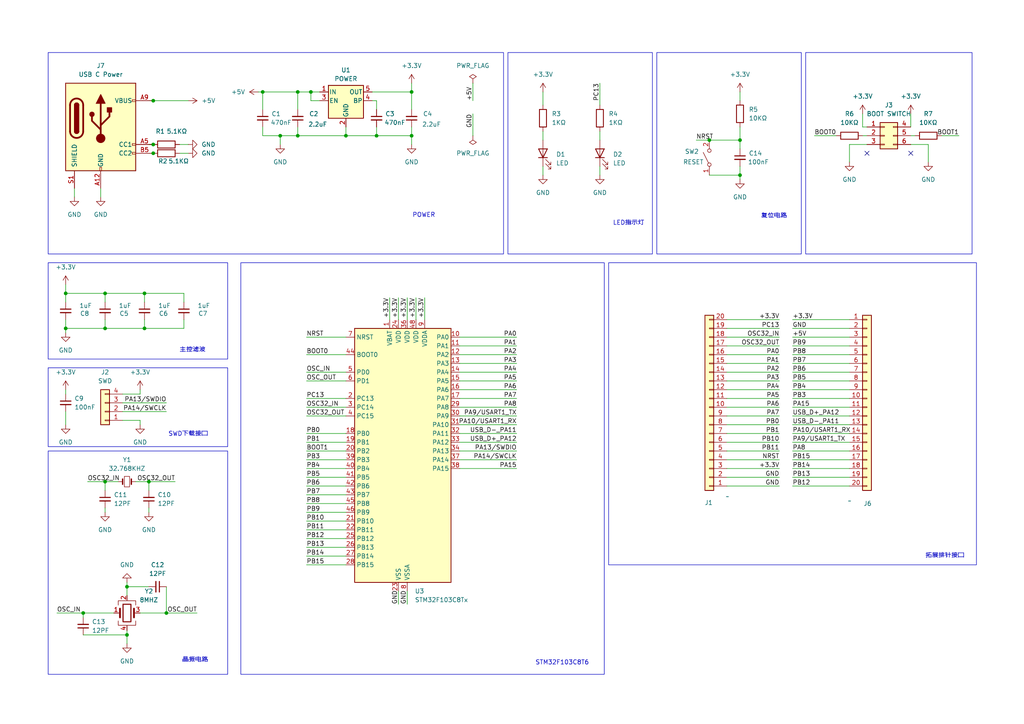
<source format=kicad_sch>
(kicad_sch (version 20231120) (generator "eeschema") (generator_version "8.0")
  (paper "A4")
  (title_block (title "small board") (date "2024-12-21") (rev "2024-12-21") (company "hongyu chen"))
  (lib_symbols
    (symbol "Connector:USB_C_Receptacle_PowerOnly_6P" (pin_names (offset 1.016))
      (property "Reference" "J" (at 0 16.51 0))
      (property "Value" "USB_C_Receptacle_PowerOnly_6P" (at 0 13.97 0))
      (symbol "USB_C_Receptacle_PowerOnly_6P_0_0"
        (rectangle (start -0.254 -12.7) (end 0.254 -11.684))
        (rectangle (start 10.16 -7.366) (end 9.144 -7.874))
        (rectangle (start 10.16 -4.826) (end 9.144 -5.334))
        (rectangle (start 10.16 7.874) (end 9.144 7.366))
      )
      (symbol "USB_C_Receptacle_PowerOnly_6P_0_1"
        (rectangle (start -10.16 12.7) (end 10.16 -12.7) (stroke (width 0.254)) (fill (type background)))
        (arc (start -8.89 -1.27) (mid -6.985 -3.1667) (end -5.08 -1.27) (stroke (width 0.508)))
        (arc (start -7.62 -1.27) (mid -6.985 -1.9023) (end -6.35 -1.27) (stroke (width 0.254)))
        (arc (start -7.62 -1.27) (mid -6.985 -1.9023) (end -6.35 -1.27) (stroke (width 0.254)) (fill (type outline)))
        (rectangle (start -7.62 -1.27) (end -6.35 6.35) (stroke (width 0.254)) (fill (type outline)))
        (arc (start -6.35 6.35) (mid -6.985 6.9823) (end -7.62 6.35) (stroke (width 0.254)))
        (arc (start -6.35 6.35) (mid -6.985 6.9823) (end -7.62 6.35) (stroke (width 0.254)) (fill (type outline)))
        (arc (start -5.08 6.35) (mid -6.985 8.2467) (end -8.89 6.35) (stroke (width 0.508)))
        (circle (center -2.54 3.683) (radius 0.635) (stroke (width 0.254)) (fill (type outline)))
        (circle (center 0 -3.302) (radius 1.27) (fill (type outline)))
        (polyline (pts (xy -8.89 -1.27) (xy -8.89 6.35)) (stroke (width 0.508)))
        (polyline (pts (xy -5.08 6.35) (xy -5.08 -1.27)) (stroke (width 0.508)))
        (polyline (pts (xy 0 -3.302) (xy 0 6.858)) (stroke (width 0.508)))
        (polyline (pts (xy 0 -0.762) (xy -2.54 1.778) (xy -2.54 3.048)) (stroke (width 0.508)))
        (polyline (pts (xy 0 0.508) (xy 2.54 3.048) (xy 2.54 4.318)) (stroke (width 0.508)))
        (polyline (pts (xy -1.27 6.858) (xy 0 9.398) (xy 1.27 6.858) (xy -1.27 6.858)) (stroke (width 0.254)) (fill (type outline)))
        (rectangle (start 1.905 4.318) (end 3.175 5.588) (stroke (width 0.254)) (fill (type outline)))
      )
      (symbol "USB_C_Receptacle_PowerOnly_6P_1_1"
        (pin passive line (at 0 -17.78 90) (length 5.08) (name "GND") (number "A12"))
        (pin bidirectional line (at 15.24 -5.08 180) (length 5.08) (name "CC1") (number "A5"))
        (pin passive line (at 15.24 7.62 180) (length 5.08) (name "VBUS") (number "A9"))
        (pin passive line (at 0 -17.78 90) (length 5.08) hide (name "GND") (number "B12"))
        (pin bidirectional line (at 15.24 -7.62 180) (length 5.08) (name "CC2") (number "B5"))
        (pin passive line (at 15.24 7.62 180) (length 5.08) hide (name "VBUS") (number "B9"))
        (pin passive line (at -7.62 -17.78 90) (length 5.08) (name "SHIELD") (number "S1"))
      )
    )
    (symbol "Connector_Generic:Conn_01x04" (pin_names (offset 1.016) hide)
      (property "Reference" "J" (at 0 5.08 0))
      (property "Value" "Conn_01x04" (at 0 -7.62 0))
      (symbol "Conn_01x04_1_1"
        (rectangle (start -1.27 -4.953) (end 0 -5.207) (stroke (width 0.1524)))
        (rectangle (start -1.27 -2.413) (end 0 -2.667) (stroke (width 0.1524)))
        (rectangle (start -1.27 0.127) (end 0 -0.127) (stroke (width 0.1524)))
        (rectangle (start -1.27 2.667) (end 0 2.413) (stroke (width 0.1524)))
        (rectangle (start -1.27 3.81) (end 1.27 -6.35) (stroke (width 0.254)) (fill (type background)))
        (pin passive line (at -5.08 2.54 0) (length 3.81) (name "Pin_1") (number "1"))
        (pin passive line (at -5.08 0 0) (length 3.81) (name "Pin_2") (number "2"))
        (pin passive line (at -5.08 -2.54 0) (length 3.81) (name "Pin_3") (number "3"))
        (pin passive line (at -5.08 -5.08 0) (length 3.81) (name "Pin_4") (number "4"))
      )
    )
    (symbol "Connector_Generic:Conn_01x20" (pin_names (offset 1.016) hide)
      (property "Reference" "J" (at 0 25.4 0))
      (property "Value" "Conn_01x20" (at 0 -27.94 0))
      (symbol "Conn_01x20_1_1"
        (rectangle (start -1.27 -25.273) (end 0 -25.527) (stroke (width 0.1524)))
        (rectangle (start -1.27 -22.733) (end 0 -22.987) (stroke (width 0.1524)))
        (rectangle (start -1.27 -20.193) (end 0 -20.447) (stroke (width 0.1524)))
        (rectangle (start -1.27 -17.653) (end 0 -17.907) (stroke (width 0.1524)))
        (rectangle (start -1.27 -15.113) (end 0 -15.367) (stroke (width 0.1524)))
        (rectangle (start -1.27 -12.573) (end 0 -12.827) (stroke (width 0.1524)))
        (rectangle (start -1.27 -10.033) (end 0 -10.287) (stroke (width 0.1524)))
        (rectangle (start -1.27 -7.493) (end 0 -7.747) (stroke (width 0.1524)))
        (rectangle (start -1.27 -4.953) (end 0 -5.207) (stroke (width 0.1524)))
        (rectangle (start -1.27 -2.413) (end 0 -2.667) (stroke (width 0.1524)))
        (rectangle (start -1.27 0.127) (end 0 -0.127) (stroke (width 0.1524)))
        (rectangle (start -1.27 2.667) (end 0 2.413) (stroke (width 0.1524)))
        (rectangle (start -1.27 5.207) (end 0 4.953) (stroke (width 0.1524)))
        (rectangle (start -1.27 7.747) (end 0 7.493) (stroke (width 0.1524)))
        (rectangle (start -1.27 10.287) (end 0 10.033) (stroke (width 0.1524)))
        (rectangle (start -1.27 12.827) (end 0 12.573) (stroke (width 0.1524)))
        (rectangle (start -1.27 15.367) (end 0 15.113) (stroke (width 0.1524)))
        (rectangle (start -1.27 17.907) (end 0 17.653) (stroke (width 0.1524)))
        (rectangle (start -1.27 20.447) (end 0 20.193) (stroke (width 0.1524)))
        (rectangle (start -1.27 22.987) (end 0 22.733) (stroke (width 0.1524)))
        (rectangle (start -1.27 24.13) (end 1.27 -26.67) (stroke (width 0.254)) (fill (type background)))
        (pin passive line (at -5.08 22.86 0) (length 3.81) (name "Pin_1") (number "1"))
        (pin passive line (at -5.08 0 0) (length 3.81) (name "Pin_10") (number "10"))
        (pin passive line (at -5.08 -2.54 0) (length 3.81) (name "Pin_11") (number "11"))
        (pin passive line (at -5.08 -5.08 0) (length 3.81) (name "Pin_12") (number "12"))
        (pin passive line (at -5.08 -7.62 0) (length 3.81) (name "Pin_13") (number "13"))
        (pin passive line (at -5.08 -10.16 0) (length 3.81) (name "Pin_14") (number "14"))
        (pin passive line (at -5.08 -12.7 0) (length 3.81) (name "Pin_15") (number "15"))
        (pin passive line (at -5.08 -15.24 0) (length 3.81) (name "Pin_16") (number "16"))
        (pin passive line (at -5.08 -17.78 0) (length 3.81) (name "Pin_17") (number "17"))
        (pin passive line (at -5.08 -20.32 0) (length 3.81) (name "Pin_18") (number "18"))
        (pin passive line (at -5.08 -22.86 0) (length 3.81) (name "Pin_19") (number "19"))
        (pin passive line (at -5.08 20.32 0) (length 3.81) (name "Pin_2") (number "2"))
        (pin passive line (at -5.08 -25.4 0) (length 3.81) (name "Pin_20") (number "20"))
        (pin passive line (at -5.08 17.78 0) (length 3.81) (name "Pin_3") (number "3"))
        (pin passive line (at -5.08 15.24 0) (length 3.81) (name "Pin_4") (number "4"))
        (pin passive line (at -5.08 12.7 0) (length 3.81) (name "Pin_5") (number "5"))
        (pin passive line (at -5.08 10.16 0) (length 3.81) (name "Pin_6") (number "6"))
        (pin passive line (at -5.08 7.62 0) (length 3.81) (name "Pin_7") (number "7"))
        (pin passive line (at -5.08 5.08 0) (length 3.81) (name "Pin_8") (number "8"))
        (pin passive line (at -5.08 2.54 0) (length 3.81) (name "Pin_9") (number "9"))
      )
    )
    (symbol "Connector_Generic:Conn_02x03_Top_Bottom" (pin_names (offset 1.016) hide)
      (property "Reference" "J" (at 1.27 5.08 0))
      (property "Value" "Conn_02x03_Top_Bottom" (at 1.27 -5.08 0))
      (symbol "Conn_02x03_Top_Bottom_1_1"
        (rectangle (start -1.27 -2.413) (end 0 -2.667) (stroke (width 0.1524)))
        (rectangle (start -1.27 0.127) (end 0 -0.127) (stroke (width 0.1524)))
        (rectangle (start -1.27 2.667) (end 0 2.413) (stroke (width 0.1524)))
        (rectangle (start -1.27 3.81) (end 3.81 -3.81) (stroke (width 0.254)) (fill (type background)))
        (rectangle (start 3.81 -2.413) (end 2.54 -2.667) (stroke (width 0.1524)))
        (rectangle (start 3.81 0.127) (end 2.54 -0.127) (stroke (width 0.1524)))
        (rectangle (start 3.81 2.667) (end 2.54 2.413) (stroke (width 0.1524)))
        (pin passive line (at -5.08 2.54 0) (length 3.81) (name "Pin_1") (number "1"))
        (pin passive line (at -5.08 0 0) (length 3.81) (name "Pin_2") (number "2"))
        (pin passive line (at -5.08 -2.54 0) (length 3.81) (name "Pin_3") (number "3"))
        (pin passive line (at 7.62 2.54 180) (length 3.81) (name "Pin_4") (number "4"))
        (pin passive line (at 7.62 0 180) (length 3.81) (name "Pin_5") (number "5"))
        (pin passive line (at 7.62 -2.54 180) (length 3.81) (name "Pin_6") (number "6"))
      )
    )
    (symbol "Device:C_Small" (pin_numbers hide) (pin_names (offset 0.254) hide)
      (property "Reference" "C" (at 0.254 1.778 0))
      (property "Value" "C_Small" (at 0.254 -2.032 0))
      (symbol "C_Small_0_1"
        (polyline (pts (xy -1.524 -0.508) (xy 1.524 -0.508)) (stroke (width 0.3302)))
        (polyline (pts (xy -1.524 0.508) (xy 1.524 0.508)) (stroke (width 0.3048)))
      )
      (symbol "C_Small_1_1"
        (pin passive line (at 0 2.54 270) (length 2.032) (name "~") (number "1"))
        (pin passive line (at 0 -2.54 90) (length 2.032) (name "~") (number "2"))
      )
    )
    (symbol "Device:Crystal_GND24" (pin_names (offset 1.016) hide)
      (property "Reference" "Y" (at 3.175 5.08 0))
      (property "Value" "Crystal_GND24" (at 3.175 3.175 0))
      (symbol "Crystal_GND24_0_1"
        (rectangle (start -1.143 2.54) (end 1.143 -2.54) (stroke (width 0.3048)))
        (polyline (pts (xy -2.54 0) (xy -2.032 0)))
        (polyline (pts (xy -2.032 -1.27) (xy -2.032 1.27)) (stroke (width 0.508)))
        (polyline (pts (xy 0 -3.81) (xy 0 -3.556)))
        (polyline (pts (xy 0 3.556) (xy 0 3.81)))
        (polyline (pts (xy 2.032 -1.27) (xy 2.032 1.27)) (stroke (width 0.508)))
        (polyline (pts (xy 2.032 0) (xy 2.54 0)))
        (polyline (pts (xy -2.54 -2.286) (xy -2.54 -3.556) (xy 2.54 -3.556) (xy 2.54 -2.286)))
        (polyline (pts (xy -2.54 2.286) (xy -2.54 3.556) (xy 2.54 3.556) (xy 2.54 2.286)))
      )
      (symbol "Crystal_GND24_1_1"
        (pin passive line (at -3.81 0 0) (length 1.27) (name "1") (number "1"))
        (pin passive line (at 0 5.08 270) (length 1.27) (name "2") (number "2"))
        (pin passive line (at 3.81 0 180) (length 1.27) (name "3") (number "3"))
        (pin passive line (at 0 -5.08 90) (length 1.27) (name "4") (number "4"))
      )
    )
    (symbol "Device:Crystal_Small" (pin_numbers hide) (pin_names (offset 1.016) hide)
      (property "Reference" "Y" (at 0 2.54 0))
      (property "Value" "Crystal_Small" (at 0 -2.54 0))
      (symbol "Crystal_Small_0_1"
        (rectangle (start -0.762 -1.524) (end 0.762 1.524))
        (polyline (pts (xy -1.27 -0.762) (xy -1.27 0.762)) (stroke (width 0.381)))
        (polyline (pts (xy 1.27 -0.762) (xy 1.27 0.762)) (stroke (width 0.381)))
      )
      (symbol "Crystal_Small_1_1"
        (pin passive line (at -2.54 0 0) (length 1.27) (name "1") (number "1"))
        (pin passive line (at 2.54 0 180) (length 1.27) (name "2") (number "2"))
      )
    )
    (symbol "Device:LED" (pin_numbers hide) (pin_names (offset 1.016) hide)
      (property "Reference" "D" (at 0 2.54 0))
      (property "Value" "LED" (at 0 -2.54 0))
      (symbol "LED_0_1"
        (polyline (pts (xy -1.27 -1.27) (xy -1.27 1.27)) (stroke (width 0.254)))
        (polyline (pts (xy -1.27 0) (xy 1.27 0)))
        (polyline (pts (xy 1.27 -1.27) (xy 1.27 1.27) (xy -1.27 0) (xy 1.27 -1.27)) (stroke (width 0.254)))
        (polyline (pts (xy -3.048 -0.762) (xy -4.572 -2.286) (xy -3.81 -2.286) (xy -4.572 -2.286) (xy -4.572 -1.524)))
        (polyline (pts (xy -1.778 -0.762) (xy -3.302 -2.286) (xy -2.54 -2.286) (xy -3.302 -2.286) (xy -3.302 -1.524)))
      )
      (symbol "LED_1_1"
        (pin passive line (at -3.81 0 0) (length 2.54) (name "K") (number "1"))
        (pin passive line (at 3.81 0 180) (length 2.54) (name "A") (number "2"))
      )
    )
    (symbol "Device:R" (pin_numbers hide) (pin_names (offset 0))
      (property "Reference" "R" (at 2.032 0 90))
      (property "Value" "R" (at 0 0 90))
      (symbol "R_0_1"
        (rectangle (start -1.016 -2.54) (end 1.016 2.54) (stroke (width 0.254)))
      )
      (symbol "R_1_1"
        (pin passive line (at 0 3.81 270) (length 1.27) (name "~") (number "1"))
        (pin passive line (at 0 -3.81 90) (length 1.27) (name "~") (number "2"))
      )
    )
    (symbol "MCU_ST_STM32F1:STM32F103C8Tx"
      (property "Reference" "U" (at -12.7 39.37 0))
      (property "Value" "STM32F103C8Tx" (at 10.16 39.37 0))
      (symbol "STM32F103C8Tx_0_1"
        (rectangle (start -12.7 -35.56) (end 15.24 38.1) (stroke (width 0.254)) (fill (type background)))
      )
      (symbol "STM32F103C8Tx_1_1"
        (pin power_in line (at -2.54 40.64 270) (length 2.54) (name "VBAT") (number "1"))
        (pin bidirectional line (at 17.78 35.56 180) (length 2.54) (name "PA0") (number "10"))
        (pin bidirectional line (at 17.78 33.02 180) (length 2.54) (name "PA1") (number "11"))
        (pin bidirectional line (at 17.78 30.48 180) (length 2.54) (name "PA2") (number "12"))
        (pin bidirectional line (at 17.78 27.94 180) (length 2.54) (name "PA3") (number "13"))
        (pin bidirectional line (at 17.78 25.4 180) (length 2.54) (name "PA4") (number "14"))
        (pin bidirectional line (at 17.78 22.86 180) (length 2.54) (name "PA5") (number "15"))
        (pin bidirectional line (at 17.78 20.32 180) (length 2.54) (name "PA6") (number "16"))
        (pin bidirectional line (at 17.78 17.78 180) (length 2.54) (name "PA7") (number "17"))
        (pin bidirectional line (at -15.24 7.62 0) (length 2.54) (name "PB0") (number "18"))
        (pin bidirectional line (at -15.24 5.08 0) (length 2.54) (name "PB1") (number "19"))
        (pin bidirectional line (at -15.24 17.78 0) (length 2.54) (name "PC13") (number "2"))
        (pin bidirectional line (at -15.24 2.54 0) (length 2.54) (name "PB2") (number "20"))
        (pin bidirectional line (at -15.24 -17.78 0) (length 2.54) (name "PB10") (number "21"))
        (pin bidirectional line (at -15.24 -20.32 0) (length 2.54) (name "PB11") (number "22"))
        (pin power_in line (at 0 -38.1 90) (length 2.54) (name "VSS") (number "23"))
        (pin power_in line (at 0 40.64 270) (length 2.54) (name "VDD") (number "24"))
        (pin bidirectional line (at -15.24 -22.86 0) (length 2.54) (name "PB12") (number "25"))
        (pin bidirectional line (at -15.24 -25.4 0) (length 2.54) (name "PB13") (number "26"))
        (pin bidirectional line (at -15.24 -27.94 0) (length 2.54) (name "PB14") (number "27"))
        (pin bidirectional line (at -15.24 -30.48 0) (length 2.54) (name "PB15") (number "28"))
        (pin bidirectional line (at 17.78 15.24 180) (length 2.54) (name "PA8") (number "29"))
        (pin bidirectional line (at -15.24 15.24 0) (length 2.54) (name "PC14") (number "3"))
        (pin bidirectional line (at 17.78 12.7 180) (length 2.54) (name "PA9") (number "30"))
        (pin bidirectional line (at 17.78 10.16 180) (length 2.54) (name "PA10") (number "31"))
        (pin bidirectional line (at 17.78 7.62 180) (length 2.54) (name "PA11") (number "32"))
        (pin bidirectional line (at 17.78 5.08 180) (length 2.54) (name "PA12") (number "33"))
        (pin bidirectional line (at 17.78 2.54 180) (length 2.54) (name "PA13") (number "34"))
        (pin passive line (at 0 -38.1 90) (length 2.54) hide (name "VSS") (number "35"))
        (pin power_in line (at 2.54 40.64 270) (length 2.54) (name "VDD") (number "36"))
        (pin bidirectional line (at 17.78 0 180) (length 2.54) (name "PA14") (number "37"))
        (pin bidirectional line (at 17.78 -2.54 180) (length 2.54) (name "PA15") (number "38"))
        (pin bidirectional line (at -15.24 0 0) (length 2.54) (name "PB3") (number "39"))
        (pin bidirectional line (at -15.24 12.7 0) (length 2.54) (name "PC15") (number "4"))
        (pin bidirectional line (at -15.24 -2.54 0) (length 2.54) (name "PB4") (number "40"))
        (pin bidirectional line (at -15.24 -5.08 0) (length 2.54) (name "PB5") (number "41"))
        (pin bidirectional line (at -15.24 -7.62 0) (length 2.54) (name "PB6") (number "42"))
        (pin bidirectional line (at -15.24 -10.16 0) (length 2.54) (name "PB7") (number "43"))
        (pin input line (at -15.24 30.48 0) (length 2.54) (name "BOOT0") (number "44"))
        (pin bidirectional line (at -15.24 -12.7 0) (length 2.54) (name "PB8") (number "45"))
        (pin bidirectional line (at -15.24 -15.24 0) (length 2.54) (name "PB9") (number "46"))
        (pin passive line (at 0 -38.1 90) (length 2.54) hide (name "VSS") (number "47"))
        (pin power_in line (at 5.08 40.64 270) (length 2.54) (name "VDD") (number "48"))
        (pin bidirectional line (at -15.24 25.4 0) (length 2.54) (name "PD0") (number "5"))
        (pin bidirectional line (at -15.24 22.86 0) (length 2.54) (name "PD1") (number "6"))
        (pin input line (at -15.24 35.56 0) (length 2.54) (name "NRST") (number "7"))
        (pin power_in line (at 2.54 -38.1 90) (length 2.54) (name "VSSA") (number "8"))
        (pin power_in line (at 7.62 40.64 270) (length 2.54) (name "VDDA") (number "9"))
      )
    )
    (symbol "Regulator_Linear:MIC5219-3.3YM5" (pin_names (offset 0.254))
      (property "Reference" "U" (at -3.81 5.715 0))
      (property "Value" "MIC5219-3.3YM5" (at 0 5.715 0))
      (symbol "MIC5219-3.3YM5_0_1"
        (rectangle (start -5.08 4.445) (end 5.08 -5.08) (stroke (width 0.254)) (fill (type background)))
      )
      (symbol "MIC5219-3.3YM5_1_1"
        (pin power_in line (at -7.62 2.54 0) (length 2.54) (name "IN") (number "1"))
        (pin power_in line (at 0 -7.62 90) (length 2.54) (name "GND") (number "2"))
        (pin input line (at -7.62 0 0) (length 2.54) (name "EN") (number "3"))
        (pin input line (at 7.62 0 180) (length 2.54) (name "BP") (number "4"))
        (pin power_out line (at 7.62 2.54 180) (length 2.54) (name "OUT") (number "5"))
      )
    )
    (symbol "Switch:SW_SPST" (pin_names (offset 0) hide)
      (property "Reference" "SW" (at 0 3.175 0))
      (property "Value" "SW_SPST" (at 0 -2.54 0))
      (symbol "SW_SPST_0_0"
        (circle (center -2.032 0) (radius 0.508))
        (polyline (pts (xy -1.524 0.254) (xy 1.524 1.778)))
        (circle (center 2.032 0) (radius 0.508))
      )
      (symbol "SW_SPST_1_1"
        (pin passive line (at -5.08 0 0) (length 2.54) (name "A") (number "1"))
        (pin passive line (at 5.08 0 180) (length 2.54) (name "B") (number "2"))
      )
    )
    (symbol "power:+3.3V" (power) (pin_names (offset 0))
      (property "Value" "+3.3V" (at 0 3.556 0))
      (symbol "+3.3V_0_1"
        (polyline (pts (xy -0.762 1.27) (xy 0 2.54)))
        (polyline (pts (xy 0 0) (xy 0 2.54)))
        (polyline (pts (xy 0 2.54) (xy 0.762 1.27)))
      )
      (symbol "+3.3V_1_1"
        (pin power_in line (at 0 0 90) (length 0) hide (name "+3.3V") (number "1"))
      )
    )
    (symbol "power:+5V" (power) (pin_names (offset 0))
      (property "Value" "+5V" (at 0 3.556 0))
      (symbol "+5V_0_1"
        (polyline (pts (xy -0.762 1.27) (xy 0 2.54)))
        (polyline (pts (xy 0 0) (xy 0 2.54)))
        (polyline (pts (xy 0 2.54) (xy 0.762 1.27)))
      )
      (symbol "+5V_1_1"
        (pin power_in line (at 0 0 90) (length 0) hide (name "+5V") (number "1"))
      )
    )
    (symbol "power:GND" (power) (pin_names (offset 0))
      (property "Value" "GND" (at 0 -3.81 0))
      (symbol "GND_0_1"
        (polyline (pts (xy 0 0) (xy 0 -1.27) (xy 1.27 -1.27) (xy 0 -2.54) (xy -1.27 -1.27) (xy 0 -1.27)))
      )
      (symbol "GND_1_1"
        (pin power_in line (at 0 0 270) (length 0) hide (name "GND") (number "1"))
      )
    )
    (symbol "power:PWR_FLAG" (power) (pin_numbers hide) (pin_names (offset 0) hide)
      (property "Value" "PWR_FLAG" (at 0 3.81 0))
      (symbol "PWR_FLAG_0_0"
        (pin power_out line (at 0 0 90) (length 0) (name "pwr") (number "1"))
      )
      (symbol "PWR_FLAG_0_1"
        (polyline (pts (xy 0 0) (xy 0 1.27) (xy -1.016 1.905) (xy 0 2.54) (xy 1.016 1.905) (xy 0 1.27)))
      )
    )
  )
  (junction (at 19.05 95.25))
  (junction (at 100.33 39.37))
  (junction (at 44.45 44.45))
  (junction (at 43.18 139.7))
  (junction (at 36.83 184.15))
  (junction (at 86.36 39.37))
  (junction (at 119.38 39.37))
  (junction (at 41.91 85.09))
  (junction (at 214.63 40.64))
  (junction (at 205.74 40.64))
  (junction (at 30.48 95.25))
  (junction (at 214.63 50.8))
  (junction (at 119.38 26.67))
  (junction (at 41.91 95.25))
  (junction (at 90.17 26.67))
  (junction (at 86.36 26.67))
  (junction (at 109.22 39.37))
  (junction (at 30.48 139.7))
  (junction (at 19.05 85.09))
  (junction (at 36.83 170.18))
  (junction (at 24.13 177.8))
  (junction (at 30.48 85.09))
  (junction (at 76.2 26.67))
  (junction (at 44.45 29.21))
  (junction (at 44.45 41.91))
  (junction (at 48.26 177.8))
  (junction (at 81.28 39.37))
  (no_connect (at 251.46 44.45))
  (no_connect (at 264.16 44.45))
  (wire (pts (xy 236.22 39.37) (xy 242.57 39.37)))
  (wire (pts (xy 210.82 115.57) (xy 226.06 115.57)))
  (wire (pts (xy 118.11 171.45) (xy 118.11 175.26)))
  (wire (pts (xy 24.13 184.15) (xy 36.83 184.15)))
  (wire (pts (xy 88.9 143.51) (xy 100.33 143.51)))
  (wire (pts (xy 41.91 87.63) (xy 41.91 85.09)))
  (wire (pts (xy 107.95 29.21) (xy 109.22 29.21)))
  (wire (pts (xy 133.35 100.33) (xy 149.86 100.33)))
  (wire (pts (xy 88.9 158.75) (xy 100.33 158.75)))
  (wire (pts (xy 40.64 113.03) (xy 40.64 114.3)))
  (wire (pts (xy 100.33 36.83) (xy 100.33 39.37)))
  (wire (pts (xy 88.9 161.29) (xy 100.33 161.29)))
  (wire (pts (xy 133.35 135.89) (xy 149.86 135.89)))
  (wire (pts (xy 210.82 120.65) (xy 226.06 120.65)))
  (wire (pts (xy 19.05 119.38) (xy 19.05 123.19)))
  (wire (pts (xy 115.57 86.36) (xy 115.57 92.71)))
  (wire (pts (xy 229.87 123.19) (xy 246.38 123.19)))
  (wire (pts (xy 88.9 133.35) (xy 100.33 133.35)))
  (wire (pts (xy 210.82 125.73) (xy 226.06 125.73)))
  (wire (pts (xy 107.95 26.67) (xy 119.38 26.67)))
  (wire (pts (xy 250.19 33.02) (xy 250.19 36.83)))
  (wire (pts (xy 36.83 184.15) (xy 36.83 186.69)))
  (wire (pts (xy 229.87 133.35) (xy 246.38 133.35)))
  (wire (pts (xy 90.17 26.67) (xy 92.71 26.67)))
  (wire (pts (xy 74.93 26.67) (xy 76.2 26.67)))
  (wire (pts (xy 229.87 113.03) (xy 246.38 113.03)))
  (wire (pts (xy 36.83 182.88) (xy 36.83 184.15)))
  (wire (pts (xy 133.35 128.27) (xy 149.86 128.27)))
  (wire (pts (xy 88.9 130.81) (xy 100.33 130.81)))
  (wire (pts (xy 35.56 121.92) (xy 40.64 121.92)))
  (wire (pts (xy 210.82 100.33) (xy 226.06 100.33)))
  (wire (pts (xy 205.74 50.8) (xy 214.63 50.8)))
  (wire (pts (xy 53.34 92.71) (xy 53.34 95.25)))
  (wire (pts (xy 19.05 85.09) (xy 30.48 85.09)))
  (wire (pts (xy 119.38 24.13) (xy 119.38 26.67)))
  (wire (pts (xy 86.36 26.67) (xy 86.36 31.75)))
  (wire (pts (xy 88.9 146.05) (xy 100.33 146.05)))
  (wire (pts (xy 16.51 177.8) (xy 24.13 177.8)))
  (wire (pts (xy 210.82 110.49) (xy 226.06 110.49)))
  (wire (pts (xy 229.87 128.27) (xy 246.38 128.27)))
  (wire (pts (xy 133.35 110.49) (xy 149.86 110.49)))
  (wire (pts (xy 210.82 123.19) (xy 226.06 123.19)))
  (wire (pts (xy 88.9 163.83) (xy 100.33 163.83)))
  (wire (pts (xy 30.48 87.63) (xy 30.48 85.09)))
  (wire (pts (xy 44.45 29.21) (xy 54.61 29.21)))
  (wire (pts (xy 118.11 86.36) (xy 118.11 92.71)))
  (wire (pts (xy 201.93 40.64) (xy 205.74 40.64)))
  (wire (pts (xy 88.9 107.95) (xy 100.33 107.95)))
  (wire (pts (xy 88.9 97.79) (xy 100.33 97.79)))
  (wire (pts (xy 39.37 139.7) (xy 43.18 139.7)))
  (wire (pts (xy 123.19 86.36) (xy 123.19 92.71)))
  (wire (pts (xy 109.22 39.37) (xy 119.38 39.37)))
  (wire (pts (xy 133.35 130.81) (xy 149.86 130.81)))
  (wire (pts (xy 229.87 107.95) (xy 246.38 107.95)))
  (wire (pts (xy 43.18 139.7) (xy 43.18 142.24)))
  (wire (pts (xy 173.99 48.26) (xy 173.99 50.8)))
  (wire (pts (xy 30.48 85.09) (xy 41.91 85.09)))
  (wire (pts (xy 24.13 179.07) (xy 24.13 177.8)))
  (wire (pts (xy 210.82 113.03) (xy 226.06 113.03)))
  (wire (pts (xy 210.82 102.87) (xy 226.06 102.87)))
  (wire (pts (xy 133.35 97.79) (xy 149.86 97.79)))
  (wire (pts (xy 36.83 170.18) (xy 43.18 170.18)))
  (wire (pts (xy 109.22 36.83) (xy 109.22 39.37)))
  (wire (pts (xy 19.05 92.71) (xy 19.05 95.25)))
  (wire (pts (xy 120.65 86.36) (xy 120.65 92.71)))
  (wire (pts (xy 19.05 85.09) (xy 19.05 87.63)))
  (wire (pts (xy 229.87 125.73) (xy 246.38 125.73)))
  (wire (pts (xy 88.9 115.57) (xy 100.33 115.57)))
  (wire (pts (xy 137.16 24.13) (xy 137.16 29.21)))
  (wire (pts (xy 210.82 138.43) (xy 226.06 138.43)))
  (wire (pts (xy 25.4 139.7) (xy 30.48 139.7)))
  (wire (pts (xy 88.9 135.89) (xy 100.33 135.89)))
  (wire (pts (xy 53.34 87.63) (xy 53.34 85.09)))
  (wire (pts (xy 205.74 40.64) (xy 214.63 40.64)))
  (wire (pts (xy 214.63 48.26) (xy 214.63 50.8)))
  (wire (pts (xy 229.87 140.97) (xy 246.38 140.97)))
  (wire (pts (xy 43.18 139.7) (xy 50.8 139.7)))
  (wire (pts (xy 133.35 133.35) (xy 149.86 133.35)))
  (wire (pts (xy 88.9 128.27) (xy 100.33 128.27)))
  (wire (pts (xy 173.99 38.1) (xy 173.99 40.64)))
  (wire (pts (xy 100.33 39.37) (xy 109.22 39.37)))
  (wire (pts (xy 30.48 139.7) (xy 30.48 142.24)))
  (wire (pts (xy 36.83 168.91) (xy 36.83 170.18)))
  (wire (pts (xy 88.9 148.59) (xy 100.33 148.59)))
  (wire (pts (xy 173.99 24.13) (xy 173.99 30.48)))
  (wire (pts (xy 88.9 102.87) (xy 100.33 102.87)))
  (wire (pts (xy 133.35 118.11) (xy 149.86 118.11)))
  (wire (pts (xy 81.28 39.37) (xy 86.36 39.37)))
  (wire (pts (xy 133.35 123.19) (xy 149.86 123.19)))
  (wire (pts (xy 273.05 39.37) (xy 278.13 39.37)))
  (wire (pts (xy 43.18 44.45) (xy 44.45 44.45)))
  (wire (pts (xy 88.9 125.73) (xy 100.33 125.73)))
  (wire (pts (xy 119.38 26.67) (xy 119.38 31.75)))
  (wire (pts (xy 48.26 177.8) (xy 57.15 177.8)))
  (wire (pts (xy 88.9 118.11) (xy 100.33 118.11)))
  (wire (pts (xy 210.82 135.89) (xy 226.06 135.89)))
  (wire (pts (xy 43.18 147.32) (xy 43.18 148.59)))
  (wire (pts (xy 119.38 36.83) (xy 119.38 39.37)))
  (wire (pts (xy 88.9 140.97) (xy 100.33 140.97)))
  (wire (pts (xy 88.9 138.43) (xy 100.33 138.43)))
  (wire (pts (xy 229.87 92.71) (xy 246.38 92.71)))
  (wire (pts (xy 210.82 97.79) (xy 226.06 97.79)))
  (wire (pts (xy 229.87 135.89) (xy 246.38 135.89)))
  (wire (pts (xy 40.64 121.92) (xy 40.64 123.19)))
  (wire (pts (xy 30.48 95.25) (xy 41.91 95.25)))
  (wire (pts (xy 133.35 125.73) (xy 149.86 125.73)))
  (wire (pts (xy 214.63 26.67) (xy 214.63 29.21)))
  (wire (pts (xy 229.87 118.11) (xy 246.38 118.11)))
  (wire (pts (xy 229.87 95.25) (xy 246.38 95.25)))
  (wire (pts (xy 214.63 50.8) (xy 214.63 52.07)))
  (wire (pts (xy 19.05 95.25) (xy 19.05 96.52)))
  (wire (pts (xy 53.34 85.09) (xy 41.91 85.09)))
  (wire (pts (xy 34.29 139.7) (xy 30.48 139.7)))
  (wire (pts (xy 29.21 54.61) (xy 29.21 57.15)))
  (wire (pts (xy 88.9 156.21) (xy 100.33 156.21)))
  (wire (pts (xy 210.82 140.97) (xy 226.06 140.97)))
  (wire (pts (xy 210.82 133.35) (xy 226.06 133.35)))
  (wire (pts (xy 264.16 33.02) (xy 264.16 36.83)))
  (wire (pts (xy 88.9 153.67) (xy 100.33 153.67)))
  (wire (pts (xy 210.82 107.95) (xy 226.06 107.95)))
  (wire (pts (xy 90.17 29.21) (xy 90.17 26.67)))
  (wire (pts (xy 76.2 39.37) (xy 76.2 36.83)))
  (wire (pts (xy 30.48 92.71) (xy 30.48 95.25)))
  (wire (pts (xy 229.87 105.41) (xy 246.38 105.41)))
  (wire (pts (xy 35.56 114.3) (xy 40.64 114.3)))
  (wire (pts (xy 226.06 92.71) (xy 210.82 92.71)))
  (wire (pts (xy 76.2 26.67) (xy 86.36 26.67)))
  (wire (pts (xy 157.48 26.67) (xy 157.48 30.48)))
  (wire (pts (xy 52.07 41.91) (xy 54.61 41.91)))
  (wire (pts (xy 113.03 86.36) (xy 113.03 92.71)))
  (wire (pts (xy 86.36 26.67) (xy 90.17 26.67)))
  (wire (pts (xy 43.18 29.21) (xy 44.45 29.21)))
  (wire (pts (xy 133.35 105.41) (xy 149.86 105.41)))
  (wire (pts (xy 76.2 26.67) (xy 76.2 31.75)))
  (wire (pts (xy 86.36 39.37) (xy 86.36 36.83)))
  (wire (pts (xy 229.87 100.33) (xy 246.38 100.33)))
  (wire (pts (xy 214.63 40.64) (xy 214.63 43.18)))
  (wire (pts (xy 24.13 177.8) (xy 33.02 177.8)))
  (wire (pts (xy 109.22 29.21) (xy 109.22 31.75)))
  (wire (pts (xy 210.82 128.27) (xy 226.06 128.27)))
  (wire (pts (xy 52.07 44.45) (xy 54.61 44.45)))
  (wire (pts (xy 210.82 130.81) (xy 226.06 130.81)))
  (wire (pts (xy 264.16 39.37) (xy 265.43 39.37)))
  (wire (pts (xy 43.18 41.91) (xy 44.45 41.91)))
  (wire (pts (xy 229.87 115.57) (xy 246.38 115.57)))
  (wire (pts (xy 210.82 118.11) (xy 226.06 118.11)))
  (wire (pts (xy 246.38 41.91) (xy 246.38 46.99)))
  (wire (pts (xy 35.56 116.84) (xy 48.26 116.84)))
  (wire (pts (xy 133.35 115.57) (xy 149.86 115.57)))
  (wire (pts (xy 264.16 41.91) (xy 269.24 41.91)))
  (wire (pts (xy 88.9 120.65) (xy 100.33 120.65)))
  (wire (pts (xy 76.2 39.37) (xy 81.28 39.37)))
  (wire (pts (xy 19.05 95.25) (xy 30.48 95.25)))
  (wire (pts (xy 229.87 110.49) (xy 246.38 110.49)))
  (wire (pts (xy 86.36 39.37) (xy 100.33 39.37)))
  (wire (pts (xy 133.35 107.95) (xy 149.86 107.95)))
  (wire (pts (xy 19.05 113.03) (xy 19.05 114.3)))
  (wire (pts (xy 40.64 177.8) (xy 48.26 177.8)))
  (wire (pts (xy 229.87 138.43) (xy 246.38 138.43)))
  (wire (pts (xy 229.87 120.65) (xy 246.38 120.65)))
  (wire (pts (xy 81.28 39.37) (xy 81.28 41.91)))
  (wire (pts (xy 229.87 102.87) (xy 246.38 102.87)))
  (wire (pts (xy 92.71 29.21) (xy 90.17 29.21)))
  (wire (pts (xy 133.35 113.03) (xy 149.86 113.03)))
  (wire (pts (xy 137.16 39.37) (xy 137.16 33.02)))
  (wire (pts (xy 269.24 41.91) (xy 269.24 46.99)))
  (wire (pts (xy 88.9 110.49) (xy 100.33 110.49)))
  (wire (pts (xy 48.26 170.18) (xy 48.26 177.8)))
  (wire (pts (xy 21.59 54.61) (xy 21.59 57.15)))
  (wire (pts (xy 157.48 48.26) (xy 157.48 50.8)))
  (wire (pts (xy 229.87 130.81) (xy 246.38 130.81)))
  (wire (pts (xy 210.82 95.25) (xy 226.06 95.25)))
  (wire (pts (xy 133.35 102.87) (xy 149.86 102.87)))
  (wire (pts (xy 250.19 39.37) (xy 251.46 39.37)))
  (wire (pts (xy 133.35 120.65) (xy 149.86 120.65)))
  (wire (pts (xy 36.83 170.18) (xy 36.83 172.72)))
  (wire (pts (xy 250.19 36.83) (xy 251.46 36.83)))
  (wire (pts (xy 229.87 97.79) (xy 246.38 97.79)))
  (wire (pts (xy 157.48 38.1) (xy 157.48 40.64)))
  (wire (pts (xy 119.38 39.37) (xy 119.38 41.91)))
  (wire (pts (xy 210.82 105.41) (xy 226.06 105.41)))
  (wire (pts (xy 53.34 95.25) (xy 41.91 95.25)))
  (wire (pts (xy 88.9 151.13) (xy 100.33 151.13)))
  (wire (pts (xy 35.56 119.38) (xy 48.26 119.38)))
  (wire (pts (xy 30.48 147.32) (xy 30.48 148.59)))
  (wire (pts (xy 115.57 171.45) (xy 115.57 175.26)))
  (wire (pts (xy 19.05 82.55) (xy 19.05 85.09)))
  (wire (pts (xy 214.63 36.83) (xy 214.63 40.64)))
  (wire (pts (xy 41.91 92.71) (xy 41.91 95.25)))
  (wire (pts (xy 251.46 41.91) (xy 246.38 41.91)))
  (rectangle (start 147.32 15.24) (end 189.23 73.66))
  (rectangle (start 13.97 130.81) (end 66.04 195.58))
  (rectangle (start 69.85 76.2) (end 175.26 195.58))
  (rectangle (start 13.97 15.24) (end 146.05 73.66))
  (rectangle (start 13.97 76.2) (end 66.04 104.14))
  (rectangle (start 176.53 76.2) (end 283.21 163.83))
  (rectangle (start 190.5 15.24) (end 232.41 73.66))
  (rectangle (start 233.68 15.24) (end 281.94 73.66))
  (rectangle (start 13.97 106.68) (end 66.04 129.54))
  (text "复位电路\n" (at 224.536 62.738 0) (effects (font (size 1.27 1.27))))
  (text "SWD下载接口" (at 54.61 125.984 0) (effects (font (size 1.27 1.27))))
  (text "晶振电路" (at 56.642 191.516 0) (effects (font (size 1.27 1.27))))
  (text "主控滤波" (at 55.88 101.6 0) (effects (font (size 1.27 1.27))))
  (text "STM32F103C8T6\n" (at 163.068 192.278 0) (effects (font (size 1.27 1.27))))
  (text "POWER\n" (at 122.936 62.484 0) (effects (font (size 1.27 1.27))))
  (text "拓展排针接口" (at 274.066 161.29 0) (effects (font (size 1.27 1.27))))
  (text "LED指示灯" (at 182.372 64.77 0) (effects (font (size 1.27 1.27))))
  (label "PA0" (at 149.86 97.79 180))
  (label "PA3" (at 149.86 105.41 180))
  (label "PC13" (at 173.99 24.13 270))
  (label "BOOT1" (at 88.9 130.81 0))
  (label "PA9{slash}USART1_TX" (at 149.86 120.65 180))
  (label "PA14{slash}SWCLK" (at 149.86 133.35 180))
  (label "GND" (at 226.06 138.43 180))
  (label "OSC32_IN" (at 226.06 97.79 180))
  (label "BOOT0" (at 236.22 39.37 0))
  (label "NRST" (at 88.9 97.79 0))
  (label "PA0" (at 226.06 102.87 180))
  (label "PB11" (at 88.9 153.67 0))
  (label "NRST" (at 201.93 40.64 0))
  (label "PB13" (at 88.9 158.75 0))
  (label "NRST" (at 226.06 133.35 180))
  (label "GND" (at 226.06 140.97 180))
  (label "PA2" (at 226.06 107.95 180))
  (label "PB1" (at 226.06 125.73 180))
  (label "OSC_OUT" (at 88.9 110.49 0))
  (label "PB10" (at 88.9 151.13 0))
  (label "OSC32_IN" (at 88.9 118.11 0))
  (label "PB4" (at 229.87 113.03 0))
  (label "PB11" (at 226.06 130.81 180))
  (label "PB3" (at 88.9 133.35 0))
  (label "PB14" (at 229.87 135.89 0))
  (label "+3.3V" (at 113.03 86.36 270))
  (label "PB7" (at 88.9 143.51 0))
  (label "PB9" (at 88.9 148.59 0))
  (label "PB12" (at 88.9 156.21 0))
  (label "OSC32_OUT" (at 226.06 100.33 180))
  (label "PA15" (at 229.87 118.11 0))
  (label "GND" (at 137.16 33.02 270))
  (label "OSC_OUT" (at 57.15 177.8 180))
  (label "+3.3V" (at 229.87 92.71 0))
  (label "PA3" (at 226.06 110.49 180))
  (label "PA8" (at 229.87 130.81 0))
  (label "OSC_IN" (at 88.9 107.95 0))
  (label "PB14" (at 88.9 161.29 0))
  (label "PB4" (at 88.9 135.89 0))
  (label "+5V" (at 229.87 97.79 0))
  (label "PA13{slash}SWDIO" (at 149.86 130.81 180))
  (label "GND" (at 118.11 175.26 90))
  (label "+3.3V" (at 118.11 86.36 270))
  (label "PB0" (at 226.06 123.19 180))
  (label "PB6" (at 229.87 107.95 0))
  (label "GND" (at 229.87 95.25 0))
  (label "PA1" (at 226.06 105.41 180))
  (label "BOOT0" (at 88.9 102.87 0))
  (label "GND" (at 115.57 175.26 90))
  (label "PB10" (at 226.06 128.27 180))
  (label "PA7" (at 226.06 120.65 180))
  (label "PA4" (at 149.86 107.95 180))
  (label "PA15" (at 149.86 135.89 180))
  (label "+3.3V" (at 115.57 86.36 270))
  (label "PB12" (at 229.87 140.97 0))
  (label "PB9" (at 229.87 100.33 0))
  (label "PB5" (at 88.9 138.43 0))
  (label "PA5" (at 226.06 115.57 180))
  (label "PB6" (at 88.9 140.97 0))
  (label "PC13" (at 226.06 95.25 180))
  (label "+3.3V" (at 123.19 86.36 270))
  (label "+3.3V" (at 226.06 92.71 180))
  (label "+3.3V" (at 120.65 86.36 270))
  (label "OSC32_OUT" (at 50.8 139.7 180))
  (label "PB3" (at 229.87 115.57 0))
  (label "PB15" (at 88.9 163.83 0))
  (label "USB_D+_PA12" (at 149.86 128.27 180))
  (label "OSC32_IN" (at 25.4 139.7 0))
  (label "USB_D-_PA11" (at 229.87 123.19 0))
  (label "PA2" (at 149.86 102.87 180))
  (label "PA6" (at 226.06 118.11 180))
  (label "PA1" (at 149.86 100.33 180))
  (label "OSC32_OUT" (at 88.9 120.65 0))
  (label "PB15" (at 229.87 133.35 0))
  (label "PA9{slash}USART1_TX" (at 229.87 128.27 0))
  (label "PA4" (at 226.06 113.03 180))
  (label "PA8" (at 149.86 118.11 180))
  (label "PC13" (at 88.9 115.57 0))
  (label "PB5" (at 229.87 110.49 0))
  (label "USB_D+_PA12" (at 229.87 120.65 0))
  (label "PB0" (at 88.9 125.73 0))
  (label "PB13" (at 229.87 138.43 0))
  (label "PA10{slash}USART1_RX" (at 229.87 125.73 0))
  (label "PA14{slash}SWCLK" (at 48.26 119.38 180))
  (label "PA10{slash}USART1_RX" (at 149.86 123.19 180))
  (label "PA13{slash}SWDIO" (at 48.26 116.84 180))
  (label "BOOT1" (at 278.13 39.37 180))
  (label "PA6" (at 149.86 113.03 180))
  (label "PB8" (at 88.9 146.05 0))
  (label "OSC_IN" (at 16.51 177.8 0))
  (label "+3.3V" (at 226.06 135.89 180))
  (label "PB8" (at 229.87 102.87 0))
  (label "PA7" (at 149.86 115.57 180))
  (label "USB_D-_PA11" (at 149.86 125.73 180))
  (label "+5V" (at 137.16 29.21 90))
  (label "PB1" (at 88.9 128.27 0))
  (label "PB7" (at 229.87 105.41 0))
  (label "PA5" (at 149.86 110.49 180))
  (symbol (lib_id "power:+3.3V") (at 119.38 24.13 0) (unit 1)
    (property "Reference" "#PWR029" (effects (hide yes)))
    (property "Value" "+3.3V" (at 119.38 19.05 0))
    (property "Description" "Power symbol creates a global label with name \"+3.3V\"" (effects (hide yes)))
  )
  (symbol (lib_id "Device:LED") (at 157.48 44.45 90) (unit 1)
    (property "Reference" "D1" (at 161.29 44.7674 90) (effects (justify right)))
    (property "Value" "LED" (at 161.29 47.3074 90) (effects (justify right)))
    (property "Footprint" "LED_SMD:LED_0603_1608Metric_Pad1.05x0.95mm_HandSolder" (effects (hide yes)))
    (property "Description" "Light emitting diode" (effects (hide yes)))
  )
  (symbol (lib_id "power:GND") (at 43.18 148.59 0) (unit 1)
    (property "Reference" "#PWR024" (effects (hide yes)))
    (property "Value" "GND" (at 43.18 153.67 0))
    (property "Description" "Power symbol creates a global label with name \"GND\" , ground" (effects (hide yes)))
  )
  (symbol (lib_id "power:PWR_FLAG") (at 137.16 39.37 180) (unit 1)
    (property "Reference" "#FLG04" (effects (hide yes)))
    (property "Value" "PWR_FLAG" (at 137.16 44.45 0))
    (property "Description" "Special symbol for telling ERC where power comes from" (effects (hide yes)))
  )
  (symbol (lib_id "Device:C_Small") (at 214.63 45.72 0) (unit 1)
    (property "Reference" "C14" (at 217.17 44.4562 0) (effects (justify left)))
    (property "Value" "100nF" (at 216.916 46.99 0) (effects (justify left)))
    (property "Footprint" "Capacitor_SMD:C_0402_1005Metric_Pad0.74x0.62mm_HandSolder" (effects (hide yes)))
    (property "Description" "Unpolarized capacitor, small symbol" (effects (hide yes)))
  )
  (symbol (lib_id "Device:C_Small") (at 76.2 34.29 0) (unit 1)
    (property "Reference" "C1" (at 78.74 33.0262 0) (effects (justify left)))
    (property "Value" "470nF" (at 78.486 35.56 0) (effects (justify left)))
    (property "Footprint" "Capacitor_SMD:C_0402_1005Metric_Pad0.74x0.62mm_HandSolder" (effects (hide yes)))
    (property "Description" "Unpolarized capacitor, small symbol" (effects (hide yes)))
  )
  (symbol (lib_id "Device:C_Small") (at 109.22 34.29 0) (unit 1)
    (property "Reference" "C3" (at 111.76 33.0262 0) (effects (justify left)))
    (property "Value" "470nF" (at 111.506 35.56 0) (effects (justify left)))
    (property "Footprint" "Capacitor_SMD:C_0402_1005Metric_Pad0.74x0.62mm_HandSolder" (effects (hide yes)))
    (property "Description" "Unpolarized capacitor, small symbol" (effects (hide yes)))
  )
  (symbol (lib_id "power:GND") (at 40.64 123.19 0) (unit 1)
    (property "Reference" "#PWR023" (effects (hide yes)))
    (property "Value" "GND" (at 40.64 128.27 0))
    (property "Description" "Power symbol creates a global label with name \"GND\" , ground" (effects (hide yes)))
  )
  (symbol (lib_id "power:+3.3V") (at 19.05 113.03 0) (unit 1)
    (property "Reference" "#PWR031" (effects (hide yes)))
    (property "Value" "+3.3V" (at 19.05 107.95 0))
    (property "Description" "Power symbol creates a global label with name \"+3.3V\"" (effects (hide yes)))
  )
  (symbol (lib_id "power:GND") (at 173.99 50.8 0) (unit 1)
    (property "Reference" "#PWR04" (effects (hide yes)))
    (property "Value" "GND" (at 173.99 55.88 0))
    (property "Description" "Power symbol creates a global label with name \"GND\" , ground" (effects (hide yes)))
  )
  (symbol (lib_id "Device:C_Small") (at 53.34 90.17 0) (unit 1)
    (property "Reference" "C7" (at 60.198 90.932 0) (effects (justify right)))
    (property "Value" "1uF" (at 60.96 88.646 0) (effects (justify right)))
    (property "Footprint" "Capacitor_SMD:C_0402_1005Metric_Pad0.74x0.62mm_HandSolder" (effects (hide yes)))
    (property "Description" "Unpolarized capacitor, small symbol" (effects (hide yes)))
  )
  (symbol (lib_id "power:GND") (at 269.24 46.99 0) (unit 1)
    (property "Reference" "#PWR020" (effects (hide yes)))
    (property "Value" "GND" (at 269.24 52.07 0))
    (property "Description" "Power symbol creates a global label with name \"GND\" , ground" (effects (hide yes)))
  )
  (symbol (lib_id "Connector_Generic:Conn_01x20") (at 251.46 115.57 0) (unit 1)
    (property "Reference" "J6" (at 250.444 146.05 0) (effects (justify left)))
    (property "Value" "~" (at 245.872 145.288 0) (effects (justify left)))
    (property "Footprint" "small_board:CONN_1_20_2.45mm" (effects (hide yes)))
    (property "Description" "Generic connector, single row, 01x20, script generated (kicad-library-utils/schlib/autogen/connector/)" (effects (hide yes)))
  )
  (symbol (lib_id "Device:C_Small") (at 19.05 90.17 0) (unit 1)
    (property "Reference" "C8" (at 25.908 90.932 0) (effects (justify right)))
    (property "Value" "1uF" (at 26.67 88.646 0) (effects (justify right)))
    (property "Footprint" "Capacitor_SMD:C_0402_1005Metric_Pad0.74x0.62mm_HandSolder" (effects (hide yes)))
    (property "Description" "Unpolarized capacitor, small symbol" (effects (hide yes)))
  )
  (symbol (lib_id "power:GND") (at 54.61 44.45 90) (unit 1)
    (property "Reference" "#PWR013" (effects (hide yes)))
    (property "Value" "GND" (at 58.42 44.4499 90) (effects (justify right)))
    (property "Description" "Power symbol creates a global label with name \"GND\" , ground" (effects (hide yes)))
  )
  (symbol (lib_id "power:GND") (at 36.83 168.91 180) (unit 1)
    (property "Reference" "#PWR015" (effects (hide yes)))
    (property "Value" "GND" (at 36.83 163.83 0))
    (property "Description" "Power symbol creates a global label with name \"GND\" , ground" (effects (hide yes)))
  )
  (symbol (lib_id "Device:C_Small") (at 43.18 144.78 180) (unit 1)
    (property "Reference" "C10" (at 45.72 143.5035 0) (effects (justify right)))
    (property "Value" "12PF" (at 45.72 146.0435 0) (effects (justify right)))
    (property "Footprint" "Capacitor_SMD:C_0402_1005Metric_Pad0.74x0.62mm_HandSolder" (effects (hide yes)))
    (property "Description" "Unpolarized capacitor, small symbol" (effects (hide yes)))
  )
  (symbol (lib_id "power:GND") (at 119.38 41.91 0) (unit 1)
    (property "Reference" "#PWR06" (effects (hide yes)))
    (property "Value" "GND" (at 119.38 46.99 0))
    (property "Description" "Power symbol creates a global label with name \"GND\" , ground" (effects (hide yes)))
  )
  (symbol (lib_id "power:GND") (at 214.63 52.07 0) (unit 1)
    (property "Reference" "#PWR07" (effects (hide yes)))
    (property "Value" "GND" (at 214.63 57.15 0))
    (property "Description" "Power symbol creates a global label with name \"GND\" , ground" (effects (hide yes)))
  )
  (symbol (lib_id "Device:C_Small") (at 30.48 90.17 0) (unit 1)
    (property "Reference" "C5" (at 37.338 90.932 0) (effects (justify right)))
    (property "Value" "1uF" (at 38.1 88.646 0) (effects (justify right)))
    (property "Footprint" "Capacitor_SMD:C_0402_1005Metric_Pad0.74x0.62mm_HandSolder" (effects (hide yes)))
    (property "Description" "Unpolarized capacitor, small symbol" (effects (hide yes)))
  )
  (symbol (lib_id "Device:R") (at 157.48 34.29 0) (unit 1)
    (property "Reference" "R3" (at 160.02 33.0199 0) (effects (justify left)))
    (property "Value" "1KΩ" (at 160.02 35.5599 0) (effects (justify left)))
    (property "Footprint" "Resistor_SMD:R_0402_1005Metric_Pad0.72x0.64mm_HandSolder" (effects (hide yes)))
    (property "Description" "Resistor" (effects (hide yes)))
  )
  (symbol (lib_id "Device:C_Small") (at 41.91 90.17 0) (unit 1)
    (property "Reference" "C6" (at 48.768 90.932 0) (effects (justify right)))
    (property "Value" "1uF" (at 49.53 88.646 0) (effects (justify right)))
    (property "Footprint" "Capacitor_SMD:C_0402_1005Metric_Pad0.74x0.62mm_HandSolder" (effects (hide yes)))
    (property "Description" "Unpolarized capacitor, small symbol" (effects (hide yes)))
  )
  (symbol (lib_id "power:GND") (at 19.05 123.19 0) (unit 1)
    (property "Reference" "#PWR09" (effects (hide yes)))
    (property "Value" "GND" (at 19.05 128.27 0))
    (property "Description" "Power symbol creates a global label with name \"GND\" , ground" (effects (hide yes)))
  )
  (symbol (lib_id "Device:R") (at 269.24 39.37 90) (unit 1)
    (property "Reference" "R7" (at 269.24 33.02 90))
    (property "Value" "10KΩ" (at 269.24 35.56 90))
    (property "Footprint" "Resistor_SMD:R_0402_1005Metric_Pad0.72x0.64mm_HandSolder" (effects (hide yes)))
    (property "Description" "Resistor" (effects (hide yes)))
  )
  (symbol (lib_id "Device:C_Small") (at 45.72 170.18 270) (unit 1)
    (property "Reference" "C12" (at 45.7136 163.83 90))
    (property "Value" "12PF" (at 45.7136 166.37 90))
    (property "Footprint" "Capacitor_SMD:C_0402_1005Metric_Pad0.74x0.62mm_HandSolder" (effects (hide yes)))
    (property "Description" "Unpolarized capacitor, small symbol" (effects (hide yes)))
  )
  (symbol (lib_id "power:GND") (at 29.21 57.15 0) (unit 1)
    (property "Reference" "#PWR08" (effects (hide yes)))
    (property "Value" "GND" (at 29.21 62.23 0))
    (property "Description" "Power symbol creates a global label with name \"GND\" , ground" (effects (hide yes)))
  )
  (symbol (lib_id "power:+5V") (at 74.93 26.67 90) (unit 1)
    (property "Reference" "#PWR012" (effects (hide yes)))
    (property "Value" "+5V" (at 71.12 26.6699 90) (effects (justify left)))
    (property "Description" "Power symbol creates a global label with name \"+5V\"" (effects (hide yes)))
  )
  (symbol (lib_id "Connector_Generic:Conn_01x20") (at 205.74 118.11 180) (unit 1)
    (property "Reference" "J1" (at 206.756 145.796 0) (effects (justify left)))
    (property "Value" "~" (at 211.582 144.018 0) (effects (justify left)))
    (property "Footprint" "small_board:CONN_1_20_2.45mm" (effects (hide yes)))
    (property "Description" "Generic connector, single row, 01x20, script generated (kicad-library-utils/schlib/autogen/connector/)" (effects (hide yes)))
  )
  (symbol (lib_id "power:PWR_FLAG") (at 137.16 24.13 0) (unit 1)
    (property "Reference" "#FLG03" (effects (hide yes)))
    (property "Value" "PWR_FLAG" (at 137.16 19.05 0))
    (property "Description" "Special symbol for telling ERC where power comes from" (effects (hide yes)))
  )
  (symbol (lib_id "Device:Crystal_Small") (at 36.83 139.7 0) (unit 1)
    (property "Reference" "Y1" (at 36.83 133.35 0))
    (property "Value" "32.768KHZ" (at 36.83 135.89 0))
    (property "Footprint" "Crystal:Crystal_SMD_3215-2Pin_3.2x1.5mm" (effects (hide yes)))
    (property "Description" "Two pin crystal, small symbol" (effects (hide yes)))
  )
  (symbol (lib_id "Device:Crystal_GND24") (at 36.83 177.8 0) (unit 1)
    (property "Reference" "Y2" (at 43.18 171.4814 0))
    (property "Value" "8MHZ" (at 43.18 174.0214 0))
    (property "Footprint" "Crystal:Crystal_SMD_3225-4Pin_3.2x2.5mm" (effects (hide yes)))
    (property "Description" "Four pin crystal, GND on pins 2 and 4" (effects (hide yes)))
  )
  (symbol (lib_id "Device:R") (at 214.63 33.02 0) (unit 1)
    (property "Reference" "R5" (at 217.17 31.7499 0) (effects (justify left)))
    (property "Value" "10KΩ" (at 217.17 34.2899 0) (effects (justify left)))
    (property "Footprint" "Resistor_SMD:R_0402_1005Metric_Pad0.72x0.64mm_HandSolder" (effects (hide yes)))
    (property "Description" "Resistor" (effects (hide yes)))
  )
  (symbol (lib_id "Device:C_Small") (at 19.05 116.84 0) (unit 1)
    (property "Reference" "C9" (at 21.59 115.5762 0) (effects (justify left)))
    (property "Value" "100nF" (at 21.59 118.1162 0) (effects (justify left)))
    (property "Footprint" "Capacitor_SMD:C_0402_1005Metric_Pad0.74x0.62mm_HandSolder" (effects (hide yes)))
    (property "Description" "Unpolarized capacitor, small symbol" (effects (hide yes)))
  )
  (symbol (lib_id "power:GND") (at 30.48 148.59 0) (unit 1)
    (property "Reference" "#PWR014" (effects (hide yes)))
    (property "Value" "GND" (at 30.48 153.67 0))
    (property "Description" "Power symbol creates a global label with name \"GND\" , ground" (effects (hide yes)))
  )
  (symbol (lib_id "power:GND") (at 54.61 41.91 90) (unit 1)
    (property "Reference" "#PWR021" (effects (hide yes)))
    (property "Value" "GND" (at 58.42 41.9099 90) (effects (justify right)))
    (property "Description" "Power symbol creates a global label with name \"GND\" , ground" (effects (hide yes)))
  )
  (symbol (lib_id "Device:C_Small") (at 30.48 144.78 0) (unit 1)
    (property "Reference" "C11" (at 33.02 143.5162 0) (effects (justify left)))
    (property "Value" "12PF" (at 33.02 146.0562 0) (effects (justify left)))
    (property "Footprint" "Capacitor_SMD:C_0402_1005Metric_Pad0.74x0.62mm_HandSolder" (effects (hide yes)))
    (property "Description" "Unpolarized capacitor, small symbol" (effects (hide yes)))
  )
  (symbol (lib_id "power:+3.3V") (at 19.05 82.55 0) (unit 1)
    (property "Reference" "#PWR02" (effects (hide yes)))
    (property "Value" "+3.3V" (at 19.05 77.47 0))
    (property "Description" "Power symbol creates a global label with name \"+3.3V\"" (effects (hide yes)))
  )
  (symbol (lib_id "Connector:USB_C_Receptacle_PowerOnly_6P") (at 29.21 36.83 0) (unit 1)
    (property "Reference" "J7" (at 29.21 19.05 0))
    (property "Value" "USB C Power" (at 29.21 21.59 0))
    (property "Footprint" "Connector_USB:USB_C_Receptacle_GCT_USB4135-GF-A_6P_TopMnt_Horizontal" (effects (hide yes)))
    (property "Datasheet" "https://www.usb.org/sites/default/files/documents/usb_type-c.zip" (effects (hide yes)))
    (property "Description" "USB Power-Only 6P Type-C Receptacle connector" (effects (hide yes)))
  )
  (symbol (lib_id "power:+3.3V") (at 40.64 113.03 0) (unit 1)
    (property "Reference" "#PWR030" (effects (hide yes)))
    (property "Value" "+3.3V" (at 40.64 107.95 0))
    (property "Description" "Power symbol creates a global label with name \"+3.3V\"" (effects (hide yes)))
  )
  (symbol (lib_id "Device:LED") (at 173.99 44.45 90) (unit 1)
    (property "Reference" "D2" (at 177.8 44.7674 90) (effects (justify right)))
    (property "Value" "LED" (at 177.8 47.3074 90) (effects (justify right)))
    (property "Footprint" "LED_SMD:LED_0603_1608Metric_Pad1.05x0.95mm_HandSolder" (effects (hide yes)))
    (property "Description" "Light emitting diode" (effects (hide yes)))
  )
  (symbol (lib_id "power:GND") (at 19.05 96.52 0) (unit 1)
    (property "Reference" "#PWR022" (effects (hide yes)))
    (property "Value" "GND" (at 19.05 101.6 0))
    (property "Description" "Power symbol creates a global label with name \"GND\" , ground" (effects (hide yes)))
  )
  (symbol (lib_id "Device:C_Small") (at 86.36 34.29 180) (unit 1)
    (property "Reference" "C2" (at 89.662 33.02 0) (effects (justify right)))
    (property "Value" "2.2uF" (at 89.408 36.068 0) (effects (justify right)))
    (property "Footprint" "Capacitor_SMD:C_0402_1005Metric_Pad0.74x0.62mm_HandSolder" (effects (hide yes)))
    (property "Description" "Unpolarized capacitor, small symbol" (effects (hide yes)))
  )
  (symbol (lib_id "power:GND") (at 36.83 186.69 0) (unit 1)
    (property "Reference" "#PWR011" (effects (hide yes)))
    (property "Value" "GND" (at 36.83 191.77 0))
    (property "Description" "Power symbol creates a global label with name \"GND\" , ground" (effects (hide yes)))
  )
  (symbol (lib_id "power:GND") (at 81.28 41.91 0) (unit 1)
    (property "Reference" "#PWR05" (effects (hide yes)))
    (property "Value" "GND" (at 81.28 46.99 0))
    (property "Description" "Power symbol creates a global label with name \"GND\" , ground" (effects (hide yes)))
  )
  (symbol (lib_id "Connector_Generic:Conn_01x04") (at 30.48 119.38 180) (unit 1)
    (property "Reference" "J2" (at 30.48 107.95 0))
    (property "Value" "SWD" (at 30.48 110.49 0))
    (property "Footprint" "small_board:CONN_1_04_P2.54mm" (effects (hide yes)))
    (property "Description" "Generic connector, single row, 01x04, script generated (kicad-library-utils/schlib/autogen/connector/)" (effects (hide yes)))
  )
  (symbol (lib_id "power:+5V") (at 54.61 29.21 270) (unit 1)
    (property "Reference" "#PWR010" (effects (hide yes)))
    (property "Value" "+5V" (at 58.42 29.2099 90) (effects (justify left)))
    (property "Description" "Power symbol creates a global label with name \"+5V\"" (effects (hide yes)))
  )
  (symbol (lib_id "Device:R") (at 48.26 44.45 90) (unit 1)
    (property "Reference" "R2" (at 47.244 46.736 90))
    (property "Value" "5.1KΩ" (at 51.816 46.736 90))
    (property "Footprint" "Resistor_SMD:R_0402_1005Metric_Pad0.72x0.64mm_HandSolder" (effects (hide yes)))
    (property "Description" "Resistor" (effects (hide yes)))
  )
  (symbol (lib_id "Regulator_Linear:MIC5219-3.3YM5") (at 100.33 29.21 0) (unit 1)
    (property "Reference" "U1" (at 100.33 20.32 0))
    (property "Value" "POWER" (at 100.33 22.86 0))
    (property "Footprint" "Package_TO_SOT_SMD:SOT-23-5" (effects (hide yes)))
    (property "Datasheet" "http://ww1.microchip.com/downloads/en/DeviceDoc/MIC5219-500mA-Peak-Output-LDO-Regulator-DS20006021A.pdf" (effects (hide yes)))
    (property "Description" "500mA low dropout linear regulator, fixed 3.3V output, SOT-23-5" (effects (hide yes)))
  )
  (symbol (lib_id "power:GND") (at 157.48 50.8 0) (unit 1)
    (property "Reference" "#PWR03" (effects (hide yes)))
    (property "Value" "GND" (at 157.48 55.88 0))
    (property "Description" "Power symbol creates a global label with name \"GND\" , ground" (effects (hide yes)))
  )
  (symbol (lib_id "Switch:SW_SPST") (at 205.74 45.72 90) (unit 1)
    (property "Reference" "SW2" (at 198.628 43.942 90) (effects (justify right)))
    (property "Value" "RESET" (at 198.12 46.99 90) (effects (justify right)))
    (property "Footprint" "Button_Switch_SMD:SW_SPST_B3U-1000P" (effects (hide yes)))
    (property "Description" "Single Pole Single Throw (SPST) switch" (effects (hide yes)))
  )
  (symbol (lib_id "power:+3.3V") (at 250.19 33.02 0) (unit 1)
    (property "Reference" "#PWR034" (effects (hide yes)))
    (property "Value" "+3.3V" (at 250.19 27.94 0))
    (property "Description" "Power symbol creates a global label with name \"+3.3V\"" (effects (hide yes)))
  )
  (symbol (lib_id "Device:R") (at 173.99 34.29 0) (unit 1)
    (property "Reference" "R4" (at 176.53 33.0199 0) (effects (justify left)))
    (property "Value" "1KΩ" (at 176.53 35.5599 0) (effects (justify left)))
    (property "Footprint" "Resistor_SMD:R_0402_1005Metric_Pad0.72x0.64mm_HandSolder" (effects (hide yes)))
    (property "Description" "Resistor" (effects (hide yes)))
  )
  (symbol (lib_id "power:+3.3V") (at 264.16 33.02 0) (unit 1)
    (property "Reference" "#PWR035" (effects (hide yes)))
    (property "Value" "+3.3V" (at 264.16 27.94 0))
    (property "Description" "Power symbol creates a global label with name \"+3.3V\"" (effects (hide yes)))
  )
  (symbol (lib_id "Device:R") (at 48.26 41.91 270) (unit 1)
    (property "Reference" "R1" (at 46.482 38.1 90))
    (property "Value" "5.1KΩ" (at 51.308 38.1 90))
    (property "Footprint" "Resistor_SMD:R_0402_1005Metric_Pad0.72x0.64mm_HandSolder" (effects (hide yes)))
    (property "Description" "Resistor" (effects (hide yes)))
  )
  (symbol (lib_id "Connector_Generic:Conn_02x03_Top_Bottom") (at 256.54 39.37 0) (unit 1)
    (property "Reference" "J3" (at 257.81 30.48 0))
    (property "Value" "BOOT SWITCH" (at 257.81 33.02 0))
    (property "Footprint" "small_board:CONN_2x03_P2.54mm" (effects (hide yes)))
    (property "Description" "Generic connector, double row, 02x03, top/bottom pin numbering scheme (row 1: 1...pins_per_row, row2: pins_per_row+1 ... num_pins), script generated (kicad-library-utils/schlib/autogen/connector/)" (effects (hide yes)))
  )
  (symbol (lib_id "MCU_ST_STM32F1:STM32F103C8Tx") (at 115.57 133.35 0) (unit 1)
    (property "Reference" "U3" (at 120.3041 171.45 0) (effects (justify left)))
    (property "Value" "STM32F103C8Tx" (at 120.3041 173.99 0) (effects (justify left)))
    (property "Footprint" "Package_QFP:LQFP-48_7x7mm_P0.5mm" (effects (hide yes)))
    (property "Datasheet" "https://www.st.com/resource/en/datasheet/stm32f103c8.pdf" (effects (hide yes)))
    (property "Description" "STMicroelectronics Arm Cortex-M3 MCU, 64KB flash, 20KB RAM, 72 MHz, 2.0-3.6V, 37 GPIO, LQFP48" (effects (hide yes)))
  )
  (symbol (lib_id "power:GND") (at 246.38 46.99 0) (unit 1)
    (property "Reference" "#PWR019" (effects (hide yes)))
    (property "Value" "GND" (at 246.38 52.07 0))
    (property "Description" "Power symbol creates a global label with name \"GND\" , ground" (effects (hide yes)))
  )
  (symbol (lib_id "power:GND") (at 21.59 57.15 0) (unit 1)
    (property "Reference" "#PWR01" (effects (hide yes)))
    (property "Value" "GND" (at 21.59 62.23 0))
    (property "Description" "Power symbol creates a global label with name \"GND\" , ground" (effects (hide yes)))
  )
  (symbol (lib_id "Device:C_Small") (at 119.38 34.29 180) (unit 1)
    (property "Reference" "C4" (at 122.682 33.02 0) (effects (justify right)))
    (property "Value" "2.2uF" (at 122.428 36.068 0) (effects (justify right)))
    (property "Footprint" "Capacitor_SMD:C_0402_1005Metric_Pad0.74x0.62mm_HandSolder" (effects (hide yes)))
    (property "Description" "Unpolarized capacitor, small symbol" (effects (hide yes)))
  )
  (symbol (lib_id "Device:C_Small") (at 24.13 181.61 180) (unit 1)
    (property "Reference" "C13" (at 26.67 180.3335 0) (effects (justify right)))
    (property "Value" "12PF" (at 26.67 182.8735 0) (effects (justify right)))
    (property "Footprint" "Capacitor_SMD:C_0402_1005Metric_Pad0.74x0.62mm_HandSolder" (effects (hide yes)))
    (property "Description" "Unpolarized capacitor, small symbol" (effects (hide yes)))
  )
  (symbol (lib_id "power:+3.3V") (at 157.48 26.67 0) (unit 1)
    (property "Reference" "#PWR032" (effects (hide yes)))
    (property "Value" "+3.3V" (at 157.48 21.59 0))
    (property "Description" "Power symbol creates a global label with name \"+3.3V\"" (effects (hide yes)))
  )
  (symbol (lib_id "Device:R") (at 246.38 39.37 90) (unit 1)
    (property "Reference" "R6" (at 246.38 33.02 90))
    (property "Value" "10KΩ" (at 246.38 35.56 90))
    (property "Footprint" "Resistor_SMD:R_0402_1005Metric_Pad0.72x0.64mm_HandSolder" (effects (hide yes)))
    (property "Description" "Resistor" (effects (hide yes)))
  )
  (symbol (lib_id "power:+3.3V") (at 214.63 26.67 0) (unit 1)
    (property "Reference" "#PWR033" (effects (hide yes)))
    (property "Value" "+3.3V" (at 214.63 21.59 0))
    (property "Description" "Power symbol creates a global label with name \"+3.3V\"" (effects (hide yes)))
  )
)
</source>
